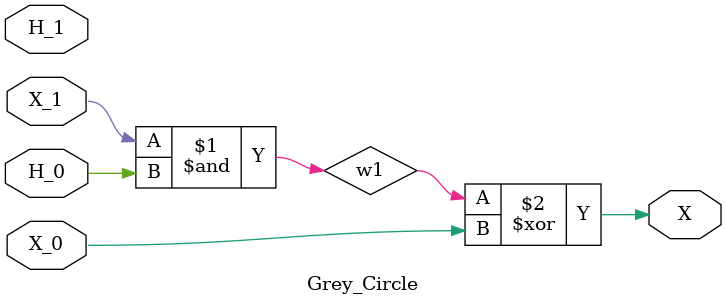
<source format=v>
module Grey_Circle(
    output X,
    input X_0,H_0,X_1,H_1
);

wire w1;
and GC1 (w1,X_1,H_0);
xor GC2 (X,w1,X_0);

endmodule
</source>
